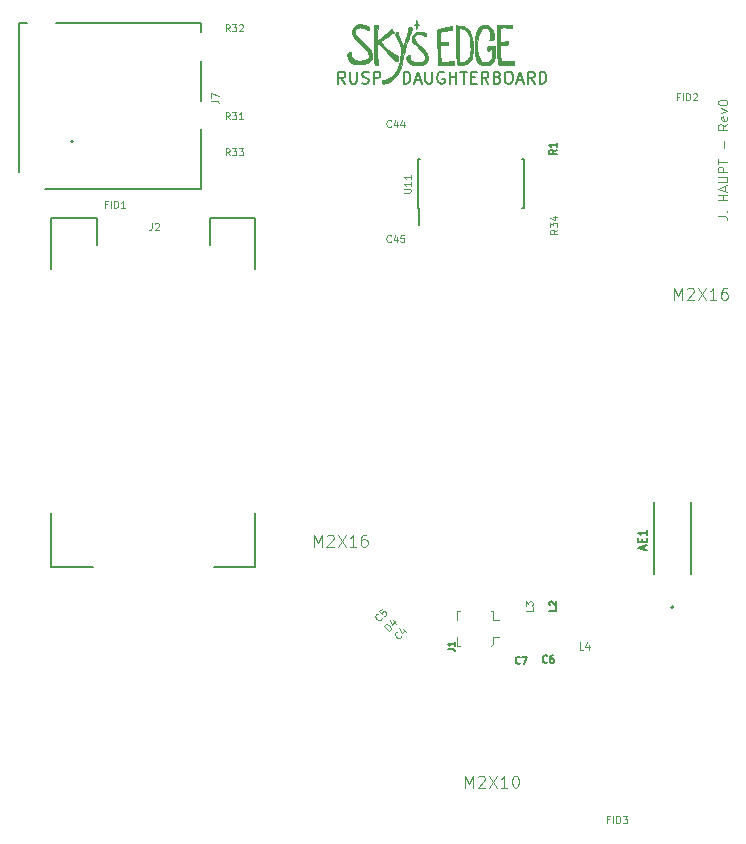
<source format=gbr>
G04 #@! TF.GenerationSoftware,KiCad,Pcbnew,5.1.6+dfsg1-1~bpo10+1*
G04 #@! TF.CreationDate,2021-06-19T16:41:40-04:00*
G04 #@! TF.ProjectId,RUSP_Daughterboard,52555350-5f44-4617-9567-68746572626f,rev?*
G04 #@! TF.SameCoordinates,Original*
G04 #@! TF.FileFunction,Legend,Top*
G04 #@! TF.FilePolarity,Positive*
%FSLAX46Y46*%
G04 Gerber Fmt 4.6, Leading zero omitted, Abs format (unit mm)*
G04 Created by KiCad (PCBNEW 5.1.6+dfsg1-1~bpo10+1) date 2021-06-19 16:41:40*
%MOMM*%
%LPD*%
G01*
G04 APERTURE LIST*
%ADD10C,0.120000*%
%ADD11C,0.150000*%
%ADD12C,0.127000*%
%ADD13C,0.200000*%
%ADD14C,0.010000*%
%ADD15C,0.130000*%
G04 APERTURE END LIST*
D10*
X156161904Y-134452380D02*
X156161904Y-133452380D01*
X156495238Y-134166666D01*
X156828571Y-133452380D01*
X156828571Y-134452380D01*
X157257142Y-133547619D02*
X157304761Y-133500000D01*
X157400000Y-133452380D01*
X157638095Y-133452380D01*
X157733333Y-133500000D01*
X157780952Y-133547619D01*
X157828571Y-133642857D01*
X157828571Y-133738095D01*
X157780952Y-133880952D01*
X157209523Y-134452380D01*
X157828571Y-134452380D01*
X158161904Y-133452380D02*
X158828571Y-134452380D01*
X158828571Y-133452380D02*
X158161904Y-134452380D01*
X159733333Y-134452380D02*
X159161904Y-134452380D01*
X159447619Y-134452380D02*
X159447619Y-133452380D01*
X159352380Y-133595238D01*
X159257142Y-133690476D01*
X159161904Y-133738095D01*
X160352380Y-133452380D02*
X160447619Y-133452380D01*
X160542857Y-133500000D01*
X160590476Y-133547619D01*
X160638095Y-133642857D01*
X160685714Y-133833333D01*
X160685714Y-134071428D01*
X160638095Y-134261904D01*
X160590476Y-134357142D01*
X160542857Y-134404761D01*
X160447619Y-134452380D01*
X160352380Y-134452380D01*
X160257142Y-134404761D01*
X160209523Y-134357142D01*
X160161904Y-134261904D01*
X160114285Y-134071428D01*
X160114285Y-133833333D01*
X160161904Y-133642857D01*
X160209523Y-133547619D01*
X160257142Y-133500000D01*
X160352380Y-133452380D01*
X143361904Y-114052380D02*
X143361904Y-113052380D01*
X143695238Y-113766666D01*
X144028571Y-113052380D01*
X144028571Y-114052380D01*
X144457142Y-113147619D02*
X144504761Y-113100000D01*
X144600000Y-113052380D01*
X144838095Y-113052380D01*
X144933333Y-113100000D01*
X144980952Y-113147619D01*
X145028571Y-113242857D01*
X145028571Y-113338095D01*
X144980952Y-113480952D01*
X144409523Y-114052380D01*
X145028571Y-114052380D01*
X145361904Y-113052380D02*
X146028571Y-114052380D01*
X146028571Y-113052380D02*
X145361904Y-114052380D01*
X146933333Y-114052380D02*
X146361904Y-114052380D01*
X146647619Y-114052380D02*
X146647619Y-113052380D01*
X146552380Y-113195238D01*
X146457142Y-113290476D01*
X146361904Y-113338095D01*
X147790476Y-113052380D02*
X147600000Y-113052380D01*
X147504761Y-113100000D01*
X147457142Y-113147619D01*
X147361904Y-113290476D01*
X147314285Y-113480952D01*
X147314285Y-113861904D01*
X147361904Y-113957142D01*
X147409523Y-114004761D01*
X147504761Y-114052380D01*
X147695238Y-114052380D01*
X147790476Y-114004761D01*
X147838095Y-113957142D01*
X147885714Y-113861904D01*
X147885714Y-113623809D01*
X147838095Y-113528571D01*
X147790476Y-113480952D01*
X147695238Y-113433333D01*
X147504761Y-113433333D01*
X147409523Y-113480952D01*
X147361904Y-113528571D01*
X147314285Y-113623809D01*
X173861904Y-93152380D02*
X173861904Y-92152380D01*
X174195238Y-92866666D01*
X174528571Y-92152380D01*
X174528571Y-93152380D01*
X174957142Y-92247619D02*
X175004761Y-92200000D01*
X175100000Y-92152380D01*
X175338095Y-92152380D01*
X175433333Y-92200000D01*
X175480952Y-92247619D01*
X175528571Y-92342857D01*
X175528571Y-92438095D01*
X175480952Y-92580952D01*
X174909523Y-93152380D01*
X175528571Y-93152380D01*
X175861904Y-92152380D02*
X176528571Y-93152380D01*
X176528571Y-92152380D02*
X175861904Y-93152380D01*
X177433333Y-93152380D02*
X176861904Y-93152380D01*
X177147619Y-93152380D02*
X177147619Y-92152380D01*
X177052380Y-92295238D01*
X176957142Y-92390476D01*
X176861904Y-92438095D01*
X178290476Y-92152380D02*
X178100000Y-92152380D01*
X178004761Y-92200000D01*
X177957142Y-92247619D01*
X177861904Y-92390476D01*
X177814285Y-92580952D01*
X177814285Y-92961904D01*
X177861904Y-93057142D01*
X177909523Y-93104761D01*
X178004761Y-93152380D01*
X178195238Y-93152380D01*
X178290476Y-93104761D01*
X178338095Y-93057142D01*
X178385714Y-92961904D01*
X178385714Y-92723809D01*
X178338095Y-92628571D01*
X178290476Y-92580952D01*
X178195238Y-92533333D01*
X178004761Y-92533333D01*
X177909523Y-92580952D01*
X177861904Y-92628571D01*
X177814285Y-92723809D01*
X177561904Y-86100000D02*
X178133333Y-86100000D01*
X178247619Y-86138095D01*
X178323809Y-86214285D01*
X178361904Y-86328571D01*
X178361904Y-86404761D01*
X178285714Y-85719047D02*
X178323809Y-85680952D01*
X178361904Y-85719047D01*
X178323809Y-85757142D01*
X178285714Y-85719047D01*
X178361904Y-85719047D01*
X178361904Y-84728571D02*
X177561904Y-84728571D01*
X177942857Y-84728571D02*
X177942857Y-84271428D01*
X178361904Y-84271428D02*
X177561904Y-84271428D01*
X178133333Y-83928571D02*
X178133333Y-83547619D01*
X178361904Y-84004761D02*
X177561904Y-83738095D01*
X178361904Y-83471428D01*
X177561904Y-83204761D02*
X178209523Y-83204761D01*
X178285714Y-83166666D01*
X178323809Y-83128571D01*
X178361904Y-83052380D01*
X178361904Y-82900000D01*
X178323809Y-82823809D01*
X178285714Y-82785714D01*
X178209523Y-82747619D01*
X177561904Y-82747619D01*
X178361904Y-82366666D02*
X177561904Y-82366666D01*
X177561904Y-82061904D01*
X177600000Y-81985714D01*
X177638095Y-81947619D01*
X177714285Y-81909523D01*
X177828571Y-81909523D01*
X177904761Y-81947619D01*
X177942857Y-81985714D01*
X177980952Y-82061904D01*
X177980952Y-82366666D01*
X177561904Y-81680952D02*
X177561904Y-81223809D01*
X178361904Y-81452380D02*
X177561904Y-81452380D01*
X178057142Y-80347619D02*
X178057142Y-79738095D01*
X178361904Y-78290476D02*
X177980952Y-78557142D01*
X178361904Y-78747619D02*
X177561904Y-78747619D01*
X177561904Y-78442857D01*
X177600000Y-78366666D01*
X177638095Y-78328571D01*
X177714285Y-78290476D01*
X177828571Y-78290476D01*
X177904761Y-78328571D01*
X177942857Y-78366666D01*
X177980952Y-78442857D01*
X177980952Y-78747619D01*
X178323809Y-77642857D02*
X178361904Y-77719047D01*
X178361904Y-77871428D01*
X178323809Y-77947619D01*
X178247619Y-77985714D01*
X177942857Y-77985714D01*
X177866666Y-77947619D01*
X177828571Y-77871428D01*
X177828571Y-77719047D01*
X177866666Y-77642857D01*
X177942857Y-77604761D01*
X178019047Y-77604761D01*
X178095238Y-77985714D01*
X177828571Y-77338095D02*
X178361904Y-77147619D01*
X177828571Y-76957142D01*
X177561904Y-76500000D02*
X177561904Y-76423809D01*
X177600000Y-76347619D01*
X177638095Y-76309523D01*
X177714285Y-76271428D01*
X177866666Y-76233333D01*
X178057142Y-76233333D01*
X178209523Y-76271428D01*
X178285714Y-76309523D01*
X178323809Y-76347619D01*
X178361904Y-76423809D01*
X178361904Y-76500000D01*
X178323809Y-76576190D01*
X178285714Y-76614285D01*
X178209523Y-76652380D01*
X178057142Y-76690476D01*
X177866666Y-76690476D01*
X177714285Y-76652380D01*
X177638095Y-76614285D01*
X177600000Y-76576190D01*
X177561904Y-76500000D01*
D11*
X145985714Y-74852380D02*
X145652380Y-74376190D01*
X145414285Y-74852380D02*
X145414285Y-73852380D01*
X145795238Y-73852380D01*
X145890476Y-73900000D01*
X145938095Y-73947619D01*
X145985714Y-74042857D01*
X145985714Y-74185714D01*
X145938095Y-74280952D01*
X145890476Y-74328571D01*
X145795238Y-74376190D01*
X145414285Y-74376190D01*
X146414285Y-73852380D02*
X146414285Y-74661904D01*
X146461904Y-74757142D01*
X146509523Y-74804761D01*
X146604761Y-74852380D01*
X146795238Y-74852380D01*
X146890476Y-74804761D01*
X146938095Y-74757142D01*
X146985714Y-74661904D01*
X146985714Y-73852380D01*
X147414285Y-74804761D02*
X147557142Y-74852380D01*
X147795238Y-74852380D01*
X147890476Y-74804761D01*
X147938095Y-74757142D01*
X147985714Y-74661904D01*
X147985714Y-74566666D01*
X147938095Y-74471428D01*
X147890476Y-74423809D01*
X147795238Y-74376190D01*
X147604761Y-74328571D01*
X147509523Y-74280952D01*
X147461904Y-74233333D01*
X147414285Y-74138095D01*
X147414285Y-74042857D01*
X147461904Y-73947619D01*
X147509523Y-73900000D01*
X147604761Y-73852380D01*
X147842857Y-73852380D01*
X147985714Y-73900000D01*
X148414285Y-74852380D02*
X148414285Y-73852380D01*
X148795238Y-73852380D01*
X148890476Y-73900000D01*
X148938095Y-73947619D01*
X148985714Y-74042857D01*
X148985714Y-74185714D01*
X148938095Y-74280952D01*
X148890476Y-74328571D01*
X148795238Y-74376190D01*
X148414285Y-74376190D01*
X150938095Y-74852380D02*
X150938095Y-73852380D01*
X151176190Y-73852380D01*
X151319047Y-73900000D01*
X151414285Y-73995238D01*
X151461904Y-74090476D01*
X151509523Y-74280952D01*
X151509523Y-74423809D01*
X151461904Y-74614285D01*
X151414285Y-74709523D01*
X151319047Y-74804761D01*
X151176190Y-74852380D01*
X150938095Y-74852380D01*
X151890476Y-74566666D02*
X152366666Y-74566666D01*
X151795238Y-74852380D02*
X152128571Y-73852380D01*
X152461904Y-74852380D01*
X152795238Y-73852380D02*
X152795238Y-74661904D01*
X152842857Y-74757142D01*
X152890476Y-74804761D01*
X152985714Y-74852380D01*
X153176190Y-74852380D01*
X153271428Y-74804761D01*
X153319047Y-74757142D01*
X153366666Y-74661904D01*
X153366666Y-73852380D01*
X154366666Y-73900000D02*
X154271428Y-73852380D01*
X154128571Y-73852380D01*
X153985714Y-73900000D01*
X153890476Y-73995238D01*
X153842857Y-74090476D01*
X153795238Y-74280952D01*
X153795238Y-74423809D01*
X153842857Y-74614285D01*
X153890476Y-74709523D01*
X153985714Y-74804761D01*
X154128571Y-74852380D01*
X154223809Y-74852380D01*
X154366666Y-74804761D01*
X154414285Y-74757142D01*
X154414285Y-74423809D01*
X154223809Y-74423809D01*
X154842857Y-74852380D02*
X154842857Y-73852380D01*
X154842857Y-74328571D02*
X155414285Y-74328571D01*
X155414285Y-74852380D02*
X155414285Y-73852380D01*
X155747619Y-73852380D02*
X156319047Y-73852380D01*
X156033333Y-74852380D02*
X156033333Y-73852380D01*
X156652380Y-74328571D02*
X156985714Y-74328571D01*
X157128571Y-74852380D02*
X156652380Y-74852380D01*
X156652380Y-73852380D01*
X157128571Y-73852380D01*
X158128571Y-74852380D02*
X157795238Y-74376190D01*
X157557142Y-74852380D02*
X157557142Y-73852380D01*
X157938095Y-73852380D01*
X158033333Y-73900000D01*
X158080952Y-73947619D01*
X158128571Y-74042857D01*
X158128571Y-74185714D01*
X158080952Y-74280952D01*
X158033333Y-74328571D01*
X157938095Y-74376190D01*
X157557142Y-74376190D01*
X158890476Y-74328571D02*
X159033333Y-74376190D01*
X159080952Y-74423809D01*
X159128571Y-74519047D01*
X159128571Y-74661904D01*
X159080952Y-74757142D01*
X159033333Y-74804761D01*
X158938095Y-74852380D01*
X158557142Y-74852380D01*
X158557142Y-73852380D01*
X158890476Y-73852380D01*
X158985714Y-73900000D01*
X159033333Y-73947619D01*
X159080952Y-74042857D01*
X159080952Y-74138095D01*
X159033333Y-74233333D01*
X158985714Y-74280952D01*
X158890476Y-74328571D01*
X158557142Y-74328571D01*
X159747619Y-73852380D02*
X159938095Y-73852380D01*
X160033333Y-73900000D01*
X160128571Y-73995238D01*
X160176190Y-74185714D01*
X160176190Y-74519047D01*
X160128571Y-74709523D01*
X160033333Y-74804761D01*
X159938095Y-74852380D01*
X159747619Y-74852380D01*
X159652380Y-74804761D01*
X159557142Y-74709523D01*
X159509523Y-74519047D01*
X159509523Y-74185714D01*
X159557142Y-73995238D01*
X159652380Y-73900000D01*
X159747619Y-73852380D01*
X160557142Y-74566666D02*
X161033333Y-74566666D01*
X160461904Y-74852380D02*
X160795238Y-73852380D01*
X161128571Y-74852380D01*
X162033333Y-74852380D02*
X161700000Y-74376190D01*
X161461904Y-74852380D02*
X161461904Y-73852380D01*
X161842857Y-73852380D01*
X161938095Y-73900000D01*
X161985714Y-73947619D01*
X162033333Y-74042857D01*
X162033333Y-74185714D01*
X161985714Y-74280952D01*
X161938095Y-74328571D01*
X161842857Y-74376190D01*
X161461904Y-74376190D01*
X162461904Y-74852380D02*
X162461904Y-73852380D01*
X162700000Y-73852380D01*
X162842857Y-73900000D01*
X162938095Y-73995238D01*
X162985714Y-74090476D01*
X163033333Y-74280952D01*
X163033333Y-74423809D01*
X162985714Y-74614285D01*
X162938095Y-74709523D01*
X162842857Y-74804761D01*
X162700000Y-74852380D01*
X162461904Y-74852380D01*
D12*
X172100000Y-116350000D02*
X172100000Y-110250000D01*
X175300000Y-110250000D02*
X175300000Y-116350000D01*
D13*
X173800000Y-119200000D02*
G75*
G03*
X173800000Y-119200000I-100000J0D01*
G01*
D10*
X158500000Y-120300000D02*
X159000000Y-120300000D01*
X158500000Y-121700000D02*
X159000000Y-121700000D01*
X158500000Y-121700000D02*
X158500000Y-122300000D01*
X158500000Y-122300000D02*
X158300000Y-122500000D01*
X158300000Y-119500000D02*
X158500000Y-119500000D01*
X158500000Y-119500000D02*
X158500000Y-120300000D01*
X155500000Y-120300000D02*
X155500000Y-119500000D01*
X155500000Y-119500000D02*
X155700000Y-119500000D01*
X155700000Y-122500000D02*
X155500000Y-122500000D01*
X155500000Y-122500000D02*
X155500000Y-121700000D01*
D11*
X124950000Y-86250000D02*
X124950000Y-88550000D01*
X121050000Y-86250000D02*
X124950000Y-86250000D01*
X121050000Y-90550000D02*
X121050000Y-86250000D01*
X134550000Y-86250000D02*
X134550000Y-88550000D01*
X138350000Y-86250000D02*
X134550000Y-86250000D01*
X138350000Y-90550000D02*
X138350000Y-86250000D01*
X121050000Y-115750000D02*
X121050000Y-111250000D01*
X124650000Y-115750000D02*
X121050000Y-115750000D01*
X138350000Y-115750000D02*
X138350000Y-111250000D01*
X138350000Y-115750000D02*
X134850000Y-115750000D01*
D13*
X122950000Y-79750000D02*
G75*
G03*
X122950000Y-79750000I-100000J0D01*
G01*
X133825000Y-78731200D02*
X133825000Y-83750000D01*
X120550000Y-83750000D02*
X133825000Y-83750000D01*
X118375000Y-69750000D02*
X119050000Y-69750000D01*
X133825000Y-72940000D02*
X133825000Y-76292800D01*
X118375000Y-69750000D02*
X118375000Y-82300000D01*
X133825000Y-69750000D02*
X133825000Y-70476200D01*
X121550000Y-69750000D02*
X133825000Y-69750000D01*
D11*
X152225000Y-85425000D02*
X152225000Y-86800000D01*
X161100000Y-85425000D02*
X161100000Y-81275000D01*
X152200000Y-85425000D02*
X152200000Y-81275000D01*
X161100000Y-85425000D02*
X160985000Y-85425000D01*
X161100000Y-81275000D02*
X160985000Y-81275000D01*
X152200000Y-81275000D02*
X152315000Y-81275000D01*
X152200000Y-85425000D02*
X152225000Y-85425000D01*
D14*
G36*
X151582027Y-70082881D02*
G01*
X151627971Y-70104879D01*
X151631396Y-70110729D01*
X151629853Y-70154681D01*
X151612009Y-70242061D01*
X151580389Y-70364388D01*
X151537516Y-70513181D01*
X151485915Y-70679958D01*
X151428111Y-70856239D01*
X151366626Y-71033542D01*
X151314220Y-71176431D01*
X151241465Y-71372567D01*
X151180168Y-71547001D01*
X151126994Y-71711495D01*
X151078607Y-71877813D01*
X151031670Y-72057717D01*
X150982847Y-72262969D01*
X150928804Y-72505334D01*
X150901262Y-72632568D01*
X150832751Y-72940254D01*
X150769406Y-73200019D01*
X150709087Y-73418674D01*
X150649657Y-73603029D01*
X150588976Y-73759895D01*
X150524905Y-73896084D01*
X150477688Y-73981413D01*
X150362788Y-74147587D01*
X150214019Y-74320456D01*
X150047462Y-74483178D01*
X149879196Y-74618914D01*
X149848913Y-74639892D01*
X149732472Y-74707685D01*
X149604642Y-74764947D01*
X149475054Y-74809501D01*
X149353340Y-74839169D01*
X149249131Y-74851777D01*
X149172058Y-74845147D01*
X149131752Y-74817103D01*
X149128161Y-74802772D01*
X149128130Y-74706794D01*
X149137863Y-74622422D01*
X149154825Y-74569717D01*
X149158157Y-74565442D01*
X149194580Y-74549782D01*
X149270402Y-74529723D01*
X149370433Y-74509185D01*
X149388944Y-74505894D01*
X149577709Y-74459372D01*
X149743141Y-74385694D01*
X149899047Y-74276875D01*
X150059234Y-74124929D01*
X150072968Y-74110328D01*
X150219920Y-73933535D01*
X150344922Y-73738776D01*
X150450393Y-73519571D01*
X150538750Y-73269438D01*
X150612413Y-72981898D01*
X150673799Y-72650470D01*
X150708356Y-72407718D01*
X150729592Y-72235882D01*
X150742713Y-72095527D01*
X150745569Y-71976233D01*
X150736013Y-71867583D01*
X150711898Y-71759160D01*
X150671075Y-71640545D01*
X150611399Y-71501322D01*
X150530720Y-71331073D01*
X150454204Y-71174863D01*
X150207625Y-70673815D01*
X150256040Y-70591181D01*
X150308756Y-70519175D01*
X150362991Y-70472798D01*
X150406381Y-70461588D01*
X150416446Y-70467461D01*
X150430254Y-70501844D01*
X150449427Y-70575071D01*
X150469912Y-70671578D01*
X150470706Y-70675725D01*
X150497308Y-70779241D01*
X150541566Y-70913678D01*
X150596923Y-71060328D01*
X150647009Y-71178832D01*
X150725930Y-71352023D01*
X150787629Y-71478316D01*
X150835529Y-71562029D01*
X150873052Y-71607478D01*
X150903621Y-71618977D01*
X150930658Y-71600845D01*
X150953446Y-71565306D01*
X150973550Y-71515404D01*
X151005298Y-71421987D01*
X151045806Y-71294814D01*
X151092193Y-71143642D01*
X151141576Y-70978231D01*
X151191074Y-70808338D01*
X151237802Y-70643721D01*
X151278880Y-70494139D01*
X151311425Y-70369349D01*
X151330510Y-70288750D01*
X151376795Y-70074783D01*
X151497198Y-70074783D01*
X151582027Y-70082881D01*
G37*
X151582027Y-70082881D02*
X151627971Y-70104879D01*
X151631396Y-70110729D01*
X151629853Y-70154681D01*
X151612009Y-70242061D01*
X151580389Y-70364388D01*
X151537516Y-70513181D01*
X151485915Y-70679958D01*
X151428111Y-70856239D01*
X151366626Y-71033542D01*
X151314220Y-71176431D01*
X151241465Y-71372567D01*
X151180168Y-71547001D01*
X151126994Y-71711495D01*
X151078607Y-71877813D01*
X151031670Y-72057717D01*
X150982847Y-72262969D01*
X150928804Y-72505334D01*
X150901262Y-72632568D01*
X150832751Y-72940254D01*
X150769406Y-73200019D01*
X150709087Y-73418674D01*
X150649657Y-73603029D01*
X150588976Y-73759895D01*
X150524905Y-73896084D01*
X150477688Y-73981413D01*
X150362788Y-74147587D01*
X150214019Y-74320456D01*
X150047462Y-74483178D01*
X149879196Y-74618914D01*
X149848913Y-74639892D01*
X149732472Y-74707685D01*
X149604642Y-74764947D01*
X149475054Y-74809501D01*
X149353340Y-74839169D01*
X149249131Y-74851777D01*
X149172058Y-74845147D01*
X149131752Y-74817103D01*
X149128161Y-74802772D01*
X149128130Y-74706794D01*
X149137863Y-74622422D01*
X149154825Y-74569717D01*
X149158157Y-74565442D01*
X149194580Y-74549782D01*
X149270402Y-74529723D01*
X149370433Y-74509185D01*
X149388944Y-74505894D01*
X149577709Y-74459372D01*
X149743141Y-74385694D01*
X149899047Y-74276875D01*
X150059234Y-74124929D01*
X150072968Y-74110328D01*
X150219920Y-73933535D01*
X150344922Y-73738776D01*
X150450393Y-73519571D01*
X150538750Y-73269438D01*
X150612413Y-72981898D01*
X150673799Y-72650470D01*
X150708356Y-72407718D01*
X150729592Y-72235882D01*
X150742713Y-72095527D01*
X150745569Y-71976233D01*
X150736013Y-71867583D01*
X150711898Y-71759160D01*
X150671075Y-71640545D01*
X150611399Y-71501322D01*
X150530720Y-71331073D01*
X150454204Y-71174863D01*
X150207625Y-70673815D01*
X150256040Y-70591181D01*
X150308756Y-70519175D01*
X150362991Y-70472798D01*
X150406381Y-70461588D01*
X150416446Y-70467461D01*
X150430254Y-70501844D01*
X150449427Y-70575071D01*
X150469912Y-70671578D01*
X150470706Y-70675725D01*
X150497308Y-70779241D01*
X150541566Y-70913678D01*
X150596923Y-71060328D01*
X150647009Y-71178832D01*
X150725930Y-71352023D01*
X150787629Y-71478316D01*
X150835529Y-71562029D01*
X150873052Y-71607478D01*
X150903621Y-71618977D01*
X150930658Y-71600845D01*
X150953446Y-71565306D01*
X150973550Y-71515404D01*
X151005298Y-71421987D01*
X151045806Y-71294814D01*
X151092193Y-71143642D01*
X151141576Y-70978231D01*
X151191074Y-70808338D01*
X151237802Y-70643721D01*
X151278880Y-70494139D01*
X151311425Y-70369349D01*
X151330510Y-70288750D01*
X151376795Y-70074783D01*
X151497198Y-70074783D01*
X151582027Y-70082881D01*
G36*
X152441121Y-70469981D02*
G01*
X152627215Y-70521465D01*
X152644293Y-70527649D01*
X152858260Y-70606744D01*
X152858260Y-70725656D01*
X152852786Y-70802177D01*
X152839044Y-70852577D01*
X152832550Y-70860457D01*
X152796195Y-70855895D01*
X152734445Y-70825859D01*
X152704524Y-70806914D01*
X152565603Y-70735533D01*
X152407283Y-70690592D01*
X152246306Y-70674181D01*
X152099415Y-70688389D01*
X152009114Y-70720110D01*
X151913760Y-70797948D01*
X151855616Y-70905278D01*
X151838382Y-71027711D01*
X151865757Y-71150853D01*
X151887551Y-71193091D01*
X151917231Y-71237802D01*
X151955551Y-71286560D01*
X152007855Y-71344818D01*
X152079488Y-71418031D01*
X152175794Y-71511650D01*
X152302117Y-71631131D01*
X152463801Y-71781926D01*
X152472518Y-71790023D01*
X152637837Y-71948430D01*
X152763988Y-72082484D01*
X152856304Y-72200522D01*
X152920121Y-72310880D01*
X152960771Y-72421893D01*
X152983589Y-72541897D01*
X152989176Y-72597451D01*
X152980794Y-72787377D01*
X152925831Y-72952502D01*
X152827874Y-73087785D01*
X152690512Y-73188187D01*
X152526956Y-73246633D01*
X152403271Y-73266333D01*
X152247525Y-73280698D01*
X152079005Y-73288969D01*
X151916997Y-73290381D01*
X151780789Y-73284175D01*
X151729394Y-73278135D01*
X151560916Y-73225221D01*
X151416244Y-73126490D01*
X151300992Y-72988258D01*
X151220773Y-72816842D01*
X151186560Y-72667303D01*
X151178527Y-72588234D01*
X151188773Y-72542112D01*
X151226481Y-72507421D01*
X151264847Y-72483886D01*
X151363011Y-72428613D01*
X151424254Y-72406669D01*
X151458239Y-72421738D01*
X151474628Y-72477505D01*
X151482403Y-72566819D01*
X151510506Y-72729108D01*
X151573626Y-72854435D01*
X151674641Y-72944936D01*
X151816433Y-73002748D01*
X152001884Y-73030008D01*
X152110666Y-73032855D01*
X152317023Y-73019936D01*
X152488893Y-72984493D01*
X152620200Y-72928336D01*
X152702528Y-72856514D01*
X152743648Y-72761197D01*
X152756120Y-72639457D01*
X152739773Y-72512178D01*
X152706082Y-72420883D01*
X152672677Y-72373639D01*
X152606748Y-72294654D01*
X152514824Y-72191222D01*
X152403435Y-72070640D01*
X152279112Y-71940200D01*
X152237428Y-71897328D01*
X152044056Y-71694658D01*
X151890788Y-71522021D01*
X151774965Y-71374521D01*
X151693927Y-71247259D01*
X151645013Y-71135339D01*
X151625565Y-71033863D01*
X151632922Y-70937933D01*
X151664424Y-70842654D01*
X151664505Y-70842471D01*
X151751697Y-70699810D01*
X151873106Y-70573074D01*
X151984614Y-70495940D01*
X152107635Y-70456633D01*
X152263866Y-70448176D01*
X152441121Y-70469981D01*
G37*
X152441121Y-70469981D02*
X152627215Y-70521465D01*
X152644293Y-70527649D01*
X152858260Y-70606744D01*
X152858260Y-70725656D01*
X152852786Y-70802177D01*
X152839044Y-70852577D01*
X152832550Y-70860457D01*
X152796195Y-70855895D01*
X152734445Y-70825859D01*
X152704524Y-70806914D01*
X152565603Y-70735533D01*
X152407283Y-70690592D01*
X152246306Y-70674181D01*
X152099415Y-70688389D01*
X152009114Y-70720110D01*
X151913760Y-70797948D01*
X151855616Y-70905278D01*
X151838382Y-71027711D01*
X151865757Y-71150853D01*
X151887551Y-71193091D01*
X151917231Y-71237802D01*
X151955551Y-71286560D01*
X152007855Y-71344818D01*
X152079488Y-71418031D01*
X152175794Y-71511650D01*
X152302117Y-71631131D01*
X152463801Y-71781926D01*
X152472518Y-71790023D01*
X152637837Y-71948430D01*
X152763988Y-72082484D01*
X152856304Y-72200522D01*
X152920121Y-72310880D01*
X152960771Y-72421893D01*
X152983589Y-72541897D01*
X152989176Y-72597451D01*
X152980794Y-72787377D01*
X152925831Y-72952502D01*
X152827874Y-73087785D01*
X152690512Y-73188187D01*
X152526956Y-73246633D01*
X152403271Y-73266333D01*
X152247525Y-73280698D01*
X152079005Y-73288969D01*
X151916997Y-73290381D01*
X151780789Y-73284175D01*
X151729394Y-73278135D01*
X151560916Y-73225221D01*
X151416244Y-73126490D01*
X151300992Y-72988258D01*
X151220773Y-72816842D01*
X151186560Y-72667303D01*
X151178527Y-72588234D01*
X151188773Y-72542112D01*
X151226481Y-72507421D01*
X151264847Y-72483886D01*
X151363011Y-72428613D01*
X151424254Y-72406669D01*
X151458239Y-72421738D01*
X151474628Y-72477505D01*
X151482403Y-72566819D01*
X151510506Y-72729108D01*
X151573626Y-72854435D01*
X151674641Y-72944936D01*
X151816433Y-73002748D01*
X152001884Y-73030008D01*
X152110666Y-73032855D01*
X152317023Y-73019936D01*
X152488893Y-72984493D01*
X152620200Y-72928336D01*
X152702528Y-72856514D01*
X152743648Y-72761197D01*
X152756120Y-72639457D01*
X152739773Y-72512178D01*
X152706082Y-72420883D01*
X152672677Y-72373639D01*
X152606748Y-72294654D01*
X152514824Y-72191222D01*
X152403435Y-72070640D01*
X152279112Y-71940200D01*
X152237428Y-71897328D01*
X152044056Y-71694658D01*
X151890788Y-71522021D01*
X151774965Y-71374521D01*
X151693927Y-71247259D01*
X151645013Y-71135339D01*
X151625565Y-71033863D01*
X151632922Y-70937933D01*
X151664424Y-70842654D01*
X151664505Y-70842471D01*
X151751697Y-70699810D01*
X151873106Y-70573074D01*
X151984614Y-70495940D01*
X152107635Y-70456633D01*
X152263866Y-70448176D01*
X152441121Y-70469981D01*
G36*
X157861661Y-69859196D02*
G01*
X157943812Y-69873581D01*
X157996827Y-69884819D01*
X158159886Y-69947096D01*
X158298873Y-70057728D01*
X158412596Y-70214816D01*
X158499863Y-70416462D01*
X158559480Y-70660766D01*
X158580176Y-70813842D01*
X158591075Y-70932673D01*
X158597704Y-71029445D01*
X158599371Y-71092082D01*
X158597123Y-71109253D01*
X158565678Y-71117812D01*
X158494473Y-71128935D01*
X158398744Y-71140254D01*
X158396038Y-71140532D01*
X158206848Y-71159915D01*
X158221660Y-71079795D01*
X158234924Y-71008216D01*
X158253491Y-70908235D01*
X158267290Y-70834022D01*
X158283948Y-70641358D01*
X158260887Y-70473813D01*
X158202228Y-70336023D01*
X158112095Y-70232627D01*
X157994610Y-70168263D01*
X157853897Y-70147569D01*
X157694077Y-70175183D01*
X157684425Y-70178326D01*
X157567646Y-70234834D01*
X157468840Y-70322949D01*
X157385579Y-70447300D01*
X157315431Y-70612511D01*
X157255968Y-70823210D01*
X157204758Y-71084024D01*
X157202915Y-71095150D01*
X157181186Y-71289670D01*
X157171904Y-71519895D01*
X157174623Y-71767836D01*
X157188900Y-72015507D01*
X157214291Y-72244921D01*
X157234265Y-72364225D01*
X157296317Y-72600883D01*
X157380724Y-72787362D01*
X157488051Y-72924219D01*
X157618863Y-73012011D01*
X157773726Y-73051295D01*
X157926639Y-73046699D01*
X158102405Y-73002624D01*
X158241552Y-72922285D01*
X158345560Y-72803505D01*
X158415904Y-72644110D01*
X158454064Y-72441924D01*
X158462449Y-72257761D01*
X158458946Y-72094025D01*
X158447225Y-71981838D01*
X158424559Y-71917806D01*
X158388219Y-71898533D01*
X158335478Y-71920625D01*
X158263607Y-71980687D01*
X158250157Y-71993587D01*
X158161945Y-72064809D01*
X158095571Y-72085441D01*
X158050531Y-72055244D01*
X158026324Y-71973979D01*
X158021509Y-71884533D01*
X158024668Y-71789023D01*
X158039780Y-71725503D01*
X158076338Y-71686915D01*
X158143834Y-71666202D01*
X158251759Y-71656305D01*
X158333067Y-71652868D01*
X158455041Y-71648875D01*
X158545744Y-71651617D01*
X158609520Y-71668008D01*
X158650710Y-71704961D01*
X158673657Y-71769386D01*
X158682702Y-71868198D01*
X158682187Y-72008308D01*
X158676456Y-72196628D01*
X158676368Y-72199378D01*
X158668494Y-72394580D01*
X158658171Y-72545975D01*
X158644114Y-72664962D01*
X158625034Y-72762936D01*
X158604435Y-72836552D01*
X158525889Y-73013037D01*
X158416912Y-73148453D01*
X158281148Y-73238351D01*
X158272438Y-73242112D01*
X158175295Y-73268586D01*
X158042550Y-73286192D01*
X157893217Y-73294218D01*
X157746306Y-73291952D01*
X157620828Y-73278682D01*
X157574090Y-73268278D01*
X157402569Y-73197985D01*
X157264448Y-73091508D01*
X157155339Y-72944029D01*
X157070850Y-72750734D01*
X157053934Y-72697609D01*
X157002353Y-72473570D01*
X156967448Y-72210108D01*
X156949097Y-71920402D01*
X156947179Y-71617631D01*
X156961574Y-71314972D01*
X156992159Y-71025604D01*
X157038815Y-70762706D01*
X157072954Y-70628360D01*
X157156092Y-70388473D01*
X157253211Y-70198750D01*
X157367371Y-70055229D01*
X157501633Y-69953948D01*
X157637931Y-69896884D01*
X157732099Y-69870062D01*
X157798883Y-69857761D01*
X157861661Y-69859196D01*
G37*
X157861661Y-69859196D02*
X157943812Y-69873581D01*
X157996827Y-69884819D01*
X158159886Y-69947096D01*
X158298873Y-70057728D01*
X158412596Y-70214816D01*
X158499863Y-70416462D01*
X158559480Y-70660766D01*
X158580176Y-70813842D01*
X158591075Y-70932673D01*
X158597704Y-71029445D01*
X158599371Y-71092082D01*
X158597123Y-71109253D01*
X158565678Y-71117812D01*
X158494473Y-71128935D01*
X158398744Y-71140254D01*
X158396038Y-71140532D01*
X158206848Y-71159915D01*
X158221660Y-71079795D01*
X158234924Y-71008216D01*
X158253491Y-70908235D01*
X158267290Y-70834022D01*
X158283948Y-70641358D01*
X158260887Y-70473813D01*
X158202228Y-70336023D01*
X158112095Y-70232627D01*
X157994610Y-70168263D01*
X157853897Y-70147569D01*
X157694077Y-70175183D01*
X157684425Y-70178326D01*
X157567646Y-70234834D01*
X157468840Y-70322949D01*
X157385579Y-70447300D01*
X157315431Y-70612511D01*
X157255968Y-70823210D01*
X157204758Y-71084024D01*
X157202915Y-71095150D01*
X157181186Y-71289670D01*
X157171904Y-71519895D01*
X157174623Y-71767836D01*
X157188900Y-72015507D01*
X157214291Y-72244921D01*
X157234265Y-72364225D01*
X157296317Y-72600883D01*
X157380724Y-72787362D01*
X157488051Y-72924219D01*
X157618863Y-73012011D01*
X157773726Y-73051295D01*
X157926639Y-73046699D01*
X158102405Y-73002624D01*
X158241552Y-72922285D01*
X158345560Y-72803505D01*
X158415904Y-72644110D01*
X158454064Y-72441924D01*
X158462449Y-72257761D01*
X158458946Y-72094025D01*
X158447225Y-71981838D01*
X158424559Y-71917806D01*
X158388219Y-71898533D01*
X158335478Y-71920625D01*
X158263607Y-71980687D01*
X158250157Y-71993587D01*
X158161945Y-72064809D01*
X158095571Y-72085441D01*
X158050531Y-72055244D01*
X158026324Y-71973979D01*
X158021509Y-71884533D01*
X158024668Y-71789023D01*
X158039780Y-71725503D01*
X158076338Y-71686915D01*
X158143834Y-71666202D01*
X158251759Y-71656305D01*
X158333067Y-71652868D01*
X158455041Y-71648875D01*
X158545744Y-71651617D01*
X158609520Y-71668008D01*
X158650710Y-71704961D01*
X158673657Y-71769386D01*
X158682702Y-71868198D01*
X158682187Y-72008308D01*
X158676456Y-72196628D01*
X158676368Y-72199378D01*
X158668494Y-72394580D01*
X158658171Y-72545975D01*
X158644114Y-72664962D01*
X158625034Y-72762936D01*
X158604435Y-72836552D01*
X158525889Y-73013037D01*
X158416912Y-73148453D01*
X158281148Y-73238351D01*
X158272438Y-73242112D01*
X158175295Y-73268586D01*
X158042550Y-73286192D01*
X157893217Y-73294218D01*
X157746306Y-73291952D01*
X157620828Y-73278682D01*
X157574090Y-73268278D01*
X157402569Y-73197985D01*
X157264448Y-73091508D01*
X157155339Y-72944029D01*
X157070850Y-72750734D01*
X157053934Y-72697609D01*
X157002353Y-72473570D01*
X156967448Y-72210108D01*
X156949097Y-71920402D01*
X156947179Y-71617631D01*
X156961574Y-71314972D01*
X156992159Y-71025604D01*
X157038815Y-70762706D01*
X157072954Y-70628360D01*
X157156092Y-70388473D01*
X157253211Y-70198750D01*
X157367371Y-70055229D01*
X157501633Y-69953948D01*
X157637931Y-69896884D01*
X157732099Y-69870062D01*
X157798883Y-69857761D01*
X157861661Y-69859196D01*
G36*
X155060139Y-70000365D02*
G01*
X155065015Y-70065623D01*
X155068731Y-70147379D01*
X155070363Y-70226276D01*
X155069516Y-70274946D01*
X155057763Y-70304056D01*
X155018071Y-70319158D01*
X154937828Y-70324509D01*
X154922010Y-70324729D01*
X154837079Y-70330220D01*
X154714674Y-70344049D01*
X154571540Y-70364094D01*
X154432240Y-70386848D01*
X154283576Y-70413605D01*
X154176028Y-70439446D01*
X154102705Y-70473231D01*
X154056712Y-70523822D01*
X154031155Y-70600080D01*
X154019141Y-70710865D01*
X154013775Y-70865039D01*
X154012296Y-70926639D01*
X154009709Y-71077829D01*
X154014843Y-71190181D01*
X154034447Y-71268173D01*
X154075271Y-71316281D01*
X154144065Y-71338982D01*
X154247579Y-71340752D01*
X154392564Y-71326069D01*
X154576357Y-71300746D01*
X154669827Y-71296488D01*
X154721078Y-71321121D01*
X154735373Y-71381219D01*
X154719069Y-71478974D01*
X154694239Y-71579457D01*
X154382650Y-71579457D01*
X154239245Y-71581024D01*
X154141899Y-71586465D01*
X154081521Y-71596884D01*
X154049022Y-71613390D01*
X154042511Y-71620870D01*
X154033263Y-71663075D01*
X154027925Y-71750056D01*
X154026208Y-71871531D01*
X154027823Y-72017217D01*
X154032480Y-72176832D01*
X154039889Y-72340096D01*
X154049762Y-72496725D01*
X154061808Y-72636438D01*
X154073925Y-72736868D01*
X154090075Y-72841909D01*
X154108844Y-72915727D01*
X154139182Y-72963329D01*
X154190039Y-72989726D01*
X154270365Y-72999927D01*
X154389111Y-72998940D01*
X154531294Y-72992851D01*
X154680473Y-72984066D01*
X154821868Y-72972110D01*
X154939885Y-72958527D01*
X155018928Y-72944863D01*
X155021077Y-72944332D01*
X155126833Y-72923246D01*
X155190606Y-72930104D01*
X155221552Y-72972023D01*
X155228829Y-73056125D01*
X155227094Y-73104503D01*
X155218804Y-73263587D01*
X154539723Y-73270962D01*
X153860643Y-73278338D01*
X153842867Y-72967107D01*
X153836653Y-72836487D01*
X153830629Y-72669125D01*
X153824889Y-72472040D01*
X153819526Y-72252251D01*
X153814634Y-72016777D01*
X153810309Y-71772638D01*
X153806643Y-71526851D01*
X153803730Y-71286438D01*
X153801666Y-71058416D01*
X153800542Y-70849804D01*
X153800455Y-70667623D01*
X153801497Y-70518890D01*
X153803763Y-70410626D01*
X153807346Y-70349849D01*
X153807775Y-70346692D01*
X153827131Y-70218274D01*
X153984598Y-70189250D01*
X154066132Y-70173325D01*
X154188206Y-70148349D01*
X154337426Y-70117115D01*
X154500400Y-70082413D01*
X154595020Y-70061999D01*
X154745125Y-70029940D01*
X154875062Y-70003125D01*
X154975842Y-69983334D01*
X155038477Y-69972346D01*
X155055025Y-69970962D01*
X155060139Y-70000365D01*
G37*
X155060139Y-70000365D02*
X155065015Y-70065623D01*
X155068731Y-70147379D01*
X155070363Y-70226276D01*
X155069516Y-70274946D01*
X155057763Y-70304056D01*
X155018071Y-70319158D01*
X154937828Y-70324509D01*
X154922010Y-70324729D01*
X154837079Y-70330220D01*
X154714674Y-70344049D01*
X154571540Y-70364094D01*
X154432240Y-70386848D01*
X154283576Y-70413605D01*
X154176028Y-70439446D01*
X154102705Y-70473231D01*
X154056712Y-70523822D01*
X154031155Y-70600080D01*
X154019141Y-70710865D01*
X154013775Y-70865039D01*
X154012296Y-70926639D01*
X154009709Y-71077829D01*
X154014843Y-71190181D01*
X154034447Y-71268173D01*
X154075271Y-71316281D01*
X154144065Y-71338982D01*
X154247579Y-71340752D01*
X154392564Y-71326069D01*
X154576357Y-71300746D01*
X154669827Y-71296488D01*
X154721078Y-71321121D01*
X154735373Y-71381219D01*
X154719069Y-71478974D01*
X154694239Y-71579457D01*
X154382650Y-71579457D01*
X154239245Y-71581024D01*
X154141899Y-71586465D01*
X154081521Y-71596884D01*
X154049022Y-71613390D01*
X154042511Y-71620870D01*
X154033263Y-71663075D01*
X154027925Y-71750056D01*
X154026208Y-71871531D01*
X154027823Y-72017217D01*
X154032480Y-72176832D01*
X154039889Y-72340096D01*
X154049762Y-72496725D01*
X154061808Y-72636438D01*
X154073925Y-72736868D01*
X154090075Y-72841909D01*
X154108844Y-72915727D01*
X154139182Y-72963329D01*
X154190039Y-72989726D01*
X154270365Y-72999927D01*
X154389111Y-72998940D01*
X154531294Y-72992851D01*
X154680473Y-72984066D01*
X154821868Y-72972110D01*
X154939885Y-72958527D01*
X155018928Y-72944863D01*
X155021077Y-72944332D01*
X155126833Y-72923246D01*
X155190606Y-72930104D01*
X155221552Y-72972023D01*
X155228829Y-73056125D01*
X155227094Y-73104503D01*
X155218804Y-73263587D01*
X154539723Y-73270962D01*
X153860643Y-73278338D01*
X153842867Y-72967107D01*
X153836653Y-72836487D01*
X153830629Y-72669125D01*
X153824889Y-72472040D01*
X153819526Y-72252251D01*
X153814634Y-72016777D01*
X153810309Y-71772638D01*
X153806643Y-71526851D01*
X153803730Y-71286438D01*
X153801666Y-71058416D01*
X153800542Y-70849804D01*
X153800455Y-70667623D01*
X153801497Y-70518890D01*
X153803763Y-70410626D01*
X153807346Y-70349849D01*
X153807775Y-70346692D01*
X153827131Y-70218274D01*
X153984598Y-70189250D01*
X154066132Y-70173325D01*
X154188206Y-70148349D01*
X154337426Y-70117115D01*
X154500400Y-70082413D01*
X154595020Y-70061999D01*
X154745125Y-70029940D01*
X154875062Y-70003125D01*
X154975842Y-69983334D01*
X155038477Y-69972346D01*
X155055025Y-69970962D01*
X155060139Y-70000365D01*
G36*
X148788086Y-69956128D02*
G01*
X148747649Y-70161856D01*
X148714412Y-70367336D01*
X148689158Y-70563824D01*
X148672669Y-70742573D01*
X148665730Y-70894839D01*
X148669123Y-71011876D01*
X148683632Y-71084938D01*
X148686475Y-71090938D01*
X148719197Y-71133551D01*
X148762601Y-71151661D01*
X148821396Y-71142947D01*
X148900290Y-71105090D01*
X149003990Y-71035772D01*
X149137204Y-70932672D01*
X149304641Y-70793473D01*
X149324347Y-70776711D01*
X149445197Y-70670732D01*
X149573698Y-70553153D01*
X149689772Y-70442530D01*
X149737680Y-70394803D01*
X149818280Y-70315091D01*
X149885394Y-70253123D01*
X149929199Y-70217761D01*
X149939363Y-70212826D01*
X149961659Y-70236075D01*
X149996769Y-70296629D01*
X150031877Y-70369958D01*
X150101368Y-70527089D01*
X150037260Y-70576436D01*
X149993413Y-70606482D01*
X149911271Y-70659427D01*
X149799802Y-70729619D01*
X149667974Y-70811405D01*
X149543379Y-70887785D01*
X149402071Y-70975282D01*
X149274503Y-71056803D01*
X149169355Y-71126602D01*
X149095307Y-71178931D01*
X149062748Y-71205984D01*
X149036973Y-71242675D01*
X149030385Y-71282604D01*
X149046592Y-71333813D01*
X149089202Y-71404345D01*
X149161824Y-71502241D01*
X149239670Y-71600341D01*
X149504159Y-71889357D01*
X149796852Y-72132264D01*
X150123067Y-72333202D01*
X150278340Y-72409272D01*
X150391437Y-72464936D01*
X150463201Y-72516639D01*
X150498313Y-72576449D01*
X150501451Y-72656432D01*
X150477294Y-72768657D01*
X150451683Y-72856359D01*
X150425202Y-72918274D01*
X150383182Y-72942591D01*
X150329532Y-72946087D01*
X150276420Y-72940306D01*
X150226752Y-72917441D01*
X150168379Y-72869210D01*
X150089155Y-72787331D01*
X150076462Y-72773533D01*
X149996313Y-72687069D01*
X149890800Y-72574606D01*
X149772882Y-72449893D01*
X149655521Y-72326682D01*
X149640593Y-72311087D01*
X149517671Y-72181099D01*
X149386506Y-72039639D01*
X149262545Y-71903521D01*
X149161238Y-71789559D01*
X149158592Y-71786522D01*
X149046828Y-71659728D01*
X148963151Y-71569627D01*
X148900647Y-71510205D01*
X148852403Y-71475447D01*
X148811504Y-71459341D01*
X148778392Y-71455831D01*
X148737608Y-71462867D01*
X148707021Y-71488915D01*
X148685635Y-71540035D01*
X148672452Y-71622287D01*
X148666476Y-71741731D01*
X148666710Y-71904424D01*
X148671760Y-72104022D01*
X148686125Y-72399265D01*
X148708930Y-72657562D01*
X148739407Y-72870455D01*
X148743220Y-72890870D01*
X148766190Y-73013388D01*
X148784639Y-73117250D01*
X148796333Y-73189539D01*
X148799328Y-73215272D01*
X148775402Y-73237717D01*
X148701147Y-73248542D01*
X148647068Y-73249783D01*
X148545611Y-73243479D01*
X148491103Y-73225307D01*
X148483714Y-73215272D01*
X148480741Y-73180240D01*
X148477124Y-73096238D01*
X148472988Y-72969506D01*
X148468455Y-72806286D01*
X148463648Y-72612819D01*
X148458692Y-72395346D01*
X148453708Y-72160108D01*
X148448821Y-71913347D01*
X148444154Y-71661304D01*
X148439830Y-71410219D01*
X148435973Y-71166336D01*
X148432705Y-70935893D01*
X148430151Y-70725134D01*
X148428433Y-70540299D01*
X148427674Y-70387629D01*
X148427661Y-70378478D01*
X148427065Y-69895326D01*
X148615907Y-69887106D01*
X148804748Y-69878886D01*
X148788086Y-69956128D01*
G37*
X148788086Y-69956128D02*
X148747649Y-70161856D01*
X148714412Y-70367336D01*
X148689158Y-70563824D01*
X148672669Y-70742573D01*
X148665730Y-70894839D01*
X148669123Y-71011876D01*
X148683632Y-71084938D01*
X148686475Y-71090938D01*
X148719197Y-71133551D01*
X148762601Y-71151661D01*
X148821396Y-71142947D01*
X148900290Y-71105090D01*
X149003990Y-71035772D01*
X149137204Y-70932672D01*
X149304641Y-70793473D01*
X149324347Y-70776711D01*
X149445197Y-70670732D01*
X149573698Y-70553153D01*
X149689772Y-70442530D01*
X149737680Y-70394803D01*
X149818280Y-70315091D01*
X149885394Y-70253123D01*
X149929199Y-70217761D01*
X149939363Y-70212826D01*
X149961659Y-70236075D01*
X149996769Y-70296629D01*
X150031877Y-70369958D01*
X150101368Y-70527089D01*
X150037260Y-70576436D01*
X149993413Y-70606482D01*
X149911271Y-70659427D01*
X149799802Y-70729619D01*
X149667974Y-70811405D01*
X149543379Y-70887785D01*
X149402071Y-70975282D01*
X149274503Y-71056803D01*
X149169355Y-71126602D01*
X149095307Y-71178931D01*
X149062748Y-71205984D01*
X149036973Y-71242675D01*
X149030385Y-71282604D01*
X149046592Y-71333813D01*
X149089202Y-71404345D01*
X149161824Y-71502241D01*
X149239670Y-71600341D01*
X149504159Y-71889357D01*
X149796852Y-72132264D01*
X150123067Y-72333202D01*
X150278340Y-72409272D01*
X150391437Y-72464936D01*
X150463201Y-72516639D01*
X150498313Y-72576449D01*
X150501451Y-72656432D01*
X150477294Y-72768657D01*
X150451683Y-72856359D01*
X150425202Y-72918274D01*
X150383182Y-72942591D01*
X150329532Y-72946087D01*
X150276420Y-72940306D01*
X150226752Y-72917441D01*
X150168379Y-72869210D01*
X150089155Y-72787331D01*
X150076462Y-72773533D01*
X149996313Y-72687069D01*
X149890800Y-72574606D01*
X149772882Y-72449893D01*
X149655521Y-72326682D01*
X149640593Y-72311087D01*
X149517671Y-72181099D01*
X149386506Y-72039639D01*
X149262545Y-71903521D01*
X149161238Y-71789559D01*
X149158592Y-71786522D01*
X149046828Y-71659728D01*
X148963151Y-71569627D01*
X148900647Y-71510205D01*
X148852403Y-71475447D01*
X148811504Y-71459341D01*
X148778392Y-71455831D01*
X148737608Y-71462867D01*
X148707021Y-71488915D01*
X148685635Y-71540035D01*
X148672452Y-71622287D01*
X148666476Y-71741731D01*
X148666710Y-71904424D01*
X148671760Y-72104022D01*
X148686125Y-72399265D01*
X148708930Y-72657562D01*
X148739407Y-72870455D01*
X148743220Y-72890870D01*
X148766190Y-73013388D01*
X148784639Y-73117250D01*
X148796333Y-73189539D01*
X148799328Y-73215272D01*
X148775402Y-73237717D01*
X148701147Y-73248542D01*
X148647068Y-73249783D01*
X148545611Y-73243479D01*
X148491103Y-73225307D01*
X148483714Y-73215272D01*
X148480741Y-73180240D01*
X148477124Y-73096238D01*
X148472988Y-72969506D01*
X148468455Y-72806286D01*
X148463648Y-72612819D01*
X148458692Y-72395346D01*
X148453708Y-72160108D01*
X148448821Y-71913347D01*
X148444154Y-71661304D01*
X148439830Y-71410219D01*
X148435973Y-71166336D01*
X148432705Y-70935893D01*
X148430151Y-70725134D01*
X148428433Y-70540299D01*
X148427674Y-70387629D01*
X148427661Y-70378478D01*
X148427065Y-69895326D01*
X148615907Y-69887106D01*
X148804748Y-69878886D01*
X148788086Y-69956128D01*
G36*
X155639837Y-69941476D02*
G01*
X155786590Y-69949021D01*
X155894728Y-69961135D01*
X155980832Y-69980850D01*
X156061481Y-70011195D01*
X156088478Y-70023474D01*
X156278764Y-70142854D01*
X156440546Y-70308780D01*
X156573418Y-70520263D01*
X156676973Y-70776313D01*
X156750804Y-71075943D01*
X156794506Y-71418163D01*
X156807752Y-71772718D01*
X156795573Y-72117335D01*
X156758682Y-72413515D01*
X156696570Y-72662451D01*
X156608729Y-72865338D01*
X156494650Y-73023369D01*
X156353824Y-73137737D01*
X156196524Y-73206522D01*
X156107639Y-73225415D01*
X155993005Y-73239250D01*
X155864714Y-73247886D01*
X155734853Y-73251183D01*
X155615515Y-73249002D01*
X155518789Y-73241203D01*
X155456764Y-73227645D01*
X155440642Y-73215272D01*
X155438215Y-73183408D01*
X155434444Y-73102363D01*
X155429517Y-72978148D01*
X155423618Y-72816778D01*
X155416932Y-72624268D01*
X155409646Y-72406630D01*
X155401944Y-72169878D01*
X155394012Y-71920026D01*
X155386036Y-71663089D01*
X155378200Y-71405079D01*
X155370691Y-71152011D01*
X155363693Y-70909898D01*
X155362436Y-70864971D01*
X155592208Y-70864971D01*
X155592235Y-71105302D01*
X155592327Y-71228417D01*
X155594034Y-71607588D01*
X155598460Y-71945313D01*
X155605510Y-72239610D01*
X155615091Y-72488501D01*
X155627109Y-72690005D01*
X155641471Y-72842142D01*
X155658083Y-72942933D01*
X155675573Y-72988977D01*
X155723204Y-73018291D01*
X155793740Y-73036703D01*
X155863637Y-73045733D01*
X155908925Y-73052066D01*
X155909021Y-73052082D01*
X155946467Y-73043124D01*
X156017498Y-73015413D01*
X156102282Y-72977030D01*
X156267127Y-72879006D01*
X156394302Y-72756405D01*
X156496667Y-72595987D01*
X156521124Y-72545761D01*
X156550939Y-72477774D01*
X156572260Y-72415553D01*
X156586839Y-72347290D01*
X156596429Y-72261176D01*
X156602782Y-72145403D01*
X156607651Y-71988164D01*
X156608430Y-71957549D01*
X156604230Y-71620001D01*
X156575126Y-71308722D01*
X156522625Y-71027242D01*
X156448233Y-70779094D01*
X156353455Y-70567807D01*
X156239798Y-70396914D01*
X156108767Y-70269944D01*
X155961869Y-70190429D01*
X155843526Y-70164187D01*
X155750493Y-70162879D01*
X155672558Y-70174715D01*
X155650764Y-70183063D01*
X155635392Y-70192303D01*
X155622943Y-70205511D01*
X155613116Y-70228116D01*
X155605607Y-70265544D01*
X155600112Y-70323222D01*
X155596328Y-70406576D01*
X155593952Y-70521035D01*
X155592680Y-70672024D01*
X155592208Y-70864971D01*
X155362436Y-70864971D01*
X155357393Y-70684754D01*
X155351975Y-70482592D01*
X155347625Y-70309428D01*
X155344529Y-70171274D01*
X155342872Y-70074144D01*
X155342648Y-70037218D01*
X155343043Y-69930631D01*
X155639837Y-69941476D01*
G37*
X155639837Y-69941476D02*
X155786590Y-69949021D01*
X155894728Y-69961135D01*
X155980832Y-69980850D01*
X156061481Y-70011195D01*
X156088478Y-70023474D01*
X156278764Y-70142854D01*
X156440546Y-70308780D01*
X156573418Y-70520263D01*
X156676973Y-70776313D01*
X156750804Y-71075943D01*
X156794506Y-71418163D01*
X156807752Y-71772718D01*
X156795573Y-72117335D01*
X156758682Y-72413515D01*
X156696570Y-72662451D01*
X156608729Y-72865338D01*
X156494650Y-73023369D01*
X156353824Y-73137737D01*
X156196524Y-73206522D01*
X156107639Y-73225415D01*
X155993005Y-73239250D01*
X155864714Y-73247886D01*
X155734853Y-73251183D01*
X155615515Y-73249002D01*
X155518789Y-73241203D01*
X155456764Y-73227645D01*
X155440642Y-73215272D01*
X155438215Y-73183408D01*
X155434444Y-73102363D01*
X155429517Y-72978148D01*
X155423618Y-72816778D01*
X155416932Y-72624268D01*
X155409646Y-72406630D01*
X155401944Y-72169878D01*
X155394012Y-71920026D01*
X155386036Y-71663089D01*
X155378200Y-71405079D01*
X155370691Y-71152011D01*
X155363693Y-70909898D01*
X155362436Y-70864971D01*
X155592208Y-70864971D01*
X155592235Y-71105302D01*
X155592327Y-71228417D01*
X155594034Y-71607588D01*
X155598460Y-71945313D01*
X155605510Y-72239610D01*
X155615091Y-72488501D01*
X155627109Y-72690005D01*
X155641471Y-72842142D01*
X155658083Y-72942933D01*
X155675573Y-72988977D01*
X155723204Y-73018291D01*
X155793740Y-73036703D01*
X155863637Y-73045733D01*
X155908925Y-73052066D01*
X155909021Y-73052082D01*
X155946467Y-73043124D01*
X156017498Y-73015413D01*
X156102282Y-72977030D01*
X156267127Y-72879006D01*
X156394302Y-72756405D01*
X156496667Y-72595987D01*
X156521124Y-72545761D01*
X156550939Y-72477774D01*
X156572260Y-72415553D01*
X156586839Y-72347290D01*
X156596429Y-72261176D01*
X156602782Y-72145403D01*
X156607651Y-71988164D01*
X156608430Y-71957549D01*
X156604230Y-71620001D01*
X156575126Y-71308722D01*
X156522625Y-71027242D01*
X156448233Y-70779094D01*
X156353455Y-70567807D01*
X156239798Y-70396914D01*
X156108767Y-70269944D01*
X155961869Y-70190429D01*
X155843526Y-70164187D01*
X155750493Y-70162879D01*
X155672558Y-70174715D01*
X155650764Y-70183063D01*
X155635392Y-70192303D01*
X155622943Y-70205511D01*
X155613116Y-70228116D01*
X155605607Y-70265544D01*
X155600112Y-70323222D01*
X155596328Y-70406576D01*
X155593952Y-70521035D01*
X155592680Y-70672024D01*
X155592208Y-70864971D01*
X155362436Y-70864971D01*
X155357393Y-70684754D01*
X155351975Y-70482592D01*
X155347625Y-70309428D01*
X155344529Y-70171274D01*
X155342872Y-70074144D01*
X155342648Y-70037218D01*
X155343043Y-69930631D01*
X155639837Y-69941476D01*
G36*
X159712350Y-69870538D02*
G01*
X159795885Y-69873797D01*
X160114306Y-69889479D01*
X160123902Y-69990098D01*
X160128422Y-70097414D01*
X160112070Y-70160217D01*
X160067516Y-70183353D01*
X159987425Y-70171667D01*
X159895047Y-70141306D01*
X159809263Y-70119880D01*
X159694347Y-70104203D01*
X159564335Y-70094622D01*
X159433263Y-70091485D01*
X159315168Y-70095136D01*
X159224086Y-70105923D01*
X159174830Y-70123526D01*
X159148297Y-70172064D01*
X159123836Y-70266661D01*
X159102624Y-70398165D01*
X159085837Y-70557426D01*
X159074651Y-70735292D01*
X159070242Y-70922612D01*
X159070217Y-70937452D01*
X159070299Y-71072889D01*
X159075227Y-71173305D01*
X159092028Y-71242917D01*
X159127726Y-71285943D01*
X159189346Y-71306599D01*
X159283914Y-71309103D01*
X159418455Y-71297672D01*
X159599994Y-71276523D01*
X159629293Y-71273058D01*
X159788043Y-71254354D01*
X159788043Y-71379014D01*
X159780231Y-71463348D01*
X159760330Y-71523069D01*
X159751336Y-71534138D01*
X159706489Y-71548066D01*
X159616094Y-71557953D01*
X159489728Y-71562961D01*
X159417179Y-71563378D01*
X159294200Y-71564474D01*
X159192472Y-71568391D01*
X159124175Y-71574473D01*
X159101875Y-71580365D01*
X159094065Y-71615916D01*
X159089488Y-71696402D01*
X159087917Y-71811648D01*
X159089124Y-71951481D01*
X159092883Y-72105726D01*
X159098965Y-72264210D01*
X159107144Y-72416757D01*
X159117193Y-72553195D01*
X159125455Y-72635726D01*
X159146324Y-72783480D01*
X159169162Y-72880989D01*
X159195216Y-72933219D01*
X159201579Y-72939185D01*
X159256091Y-72957807D01*
X159353499Y-72968810D01*
X159482004Y-72972151D01*
X159629807Y-72967790D01*
X159785109Y-72955684D01*
X159898478Y-72941635D01*
X160012050Y-72926155D01*
X160114931Y-72914147D01*
X160185789Y-72908089D01*
X160188369Y-72907977D01*
X160271195Y-72904674D01*
X160271195Y-73235978D01*
X159603614Y-73243367D01*
X159415722Y-73244464D01*
X159247414Y-73243563D01*
X159106305Y-73240857D01*
X159000011Y-73236535D01*
X158936146Y-73230791D01*
X158920848Y-73226185D01*
X158914918Y-73190272D01*
X158908794Y-73105544D01*
X158902599Y-72978402D01*
X158896454Y-72815247D01*
X158890484Y-72622480D01*
X158884810Y-72406503D01*
X158879555Y-72173717D01*
X158874843Y-71930523D01*
X158870794Y-71683322D01*
X158867533Y-71438515D01*
X158865182Y-71202504D01*
X158863864Y-70981690D01*
X158863701Y-70782473D01*
X158864815Y-70611256D01*
X158867331Y-70474440D01*
X158867804Y-70458313D01*
X158885493Y-69889344D01*
X159181478Y-69873729D01*
X159342826Y-69868496D01*
X159529645Y-69867433D01*
X159712350Y-69870538D01*
G37*
X159712350Y-69870538D02*
X159795885Y-69873797D01*
X160114306Y-69889479D01*
X160123902Y-69990098D01*
X160128422Y-70097414D01*
X160112070Y-70160217D01*
X160067516Y-70183353D01*
X159987425Y-70171667D01*
X159895047Y-70141306D01*
X159809263Y-70119880D01*
X159694347Y-70104203D01*
X159564335Y-70094622D01*
X159433263Y-70091485D01*
X159315168Y-70095136D01*
X159224086Y-70105923D01*
X159174830Y-70123526D01*
X159148297Y-70172064D01*
X159123836Y-70266661D01*
X159102624Y-70398165D01*
X159085837Y-70557426D01*
X159074651Y-70735292D01*
X159070242Y-70922612D01*
X159070217Y-70937452D01*
X159070299Y-71072889D01*
X159075227Y-71173305D01*
X159092028Y-71242917D01*
X159127726Y-71285943D01*
X159189346Y-71306599D01*
X159283914Y-71309103D01*
X159418455Y-71297672D01*
X159599994Y-71276523D01*
X159629293Y-71273058D01*
X159788043Y-71254354D01*
X159788043Y-71379014D01*
X159780231Y-71463348D01*
X159760330Y-71523069D01*
X159751336Y-71534138D01*
X159706489Y-71548066D01*
X159616094Y-71557953D01*
X159489728Y-71562961D01*
X159417179Y-71563378D01*
X159294200Y-71564474D01*
X159192472Y-71568391D01*
X159124175Y-71574473D01*
X159101875Y-71580365D01*
X159094065Y-71615916D01*
X159089488Y-71696402D01*
X159087917Y-71811648D01*
X159089124Y-71951481D01*
X159092883Y-72105726D01*
X159098965Y-72264210D01*
X159107144Y-72416757D01*
X159117193Y-72553195D01*
X159125455Y-72635726D01*
X159146324Y-72783480D01*
X159169162Y-72880989D01*
X159195216Y-72933219D01*
X159201579Y-72939185D01*
X159256091Y-72957807D01*
X159353499Y-72968810D01*
X159482004Y-72972151D01*
X159629807Y-72967790D01*
X159785109Y-72955684D01*
X159898478Y-72941635D01*
X160012050Y-72926155D01*
X160114931Y-72914147D01*
X160185789Y-72908089D01*
X160188369Y-72907977D01*
X160271195Y-72904674D01*
X160271195Y-73235978D01*
X159603614Y-73243367D01*
X159415722Y-73244464D01*
X159247414Y-73243563D01*
X159106305Y-73240857D01*
X159000011Y-73236535D01*
X158936146Y-73230791D01*
X158920848Y-73226185D01*
X158914918Y-73190272D01*
X158908794Y-73105544D01*
X158902599Y-72978402D01*
X158896454Y-72815247D01*
X158890484Y-72622480D01*
X158884810Y-72406503D01*
X158879555Y-72173717D01*
X158874843Y-71930523D01*
X158870794Y-71683322D01*
X158867533Y-71438515D01*
X158865182Y-71202504D01*
X158863864Y-70981690D01*
X158863701Y-70782473D01*
X158864815Y-70611256D01*
X158867331Y-70474440D01*
X158867804Y-70458313D01*
X158885493Y-69889344D01*
X159181478Y-69873729D01*
X159342826Y-69868496D01*
X159529645Y-69867433D01*
X159712350Y-69870538D01*
G36*
X147373295Y-69834675D02*
G01*
X147479766Y-69856966D01*
X147604563Y-69888949D01*
X147733138Y-69926392D01*
X147850948Y-69965067D01*
X147943445Y-70000744D01*
X147995365Y-70028599D01*
X148018438Y-70070900D01*
X148021210Y-70150280D01*
X148016929Y-70194946D01*
X148005236Y-70275916D01*
X147993348Y-70331030D01*
X147987996Y-70343598D01*
X147960261Y-70336788D01*
X147906181Y-70304301D01*
X147883606Y-70288122D01*
X147750832Y-70210447D01*
X147593504Y-70151639D01*
X147426355Y-70114209D01*
X147264116Y-70100669D01*
X147121519Y-70113530D01*
X147033892Y-70143253D01*
X146923175Y-70228813D01*
X146850777Y-70344126D01*
X146821580Y-70476096D01*
X146840467Y-70611630D01*
X146849882Y-70636672D01*
X146910453Y-70739304D01*
X147016906Y-70868436D01*
X147167662Y-71022346D01*
X147361146Y-71199308D01*
X147377934Y-71213984D01*
X147608657Y-71419605D01*
X147797533Y-71599205D01*
X147948235Y-71758022D01*
X148064432Y-71901298D01*
X148149795Y-72034270D01*
X148207995Y-72162177D01*
X148242703Y-72290260D01*
X148257589Y-72423757D01*
X148258787Y-72471247D01*
X148244177Y-72663808D01*
X148195754Y-72823736D01*
X148110736Y-72953049D01*
X147986337Y-73053761D01*
X147819774Y-73127890D01*
X147608263Y-73177451D01*
X147349021Y-73204460D01*
X147239891Y-73209158D01*
X147095171Y-73211548D01*
X146961944Y-73210379D01*
X146854462Y-73205993D01*
X146786975Y-73198735D01*
X146784347Y-73198180D01*
X146595297Y-73128945D01*
X146432315Y-73013998D01*
X146299590Y-72858323D01*
X146201308Y-72666907D01*
X146141658Y-72444733D01*
X146139386Y-72430452D01*
X146121735Y-72315142D01*
X146270043Y-72230288D01*
X146353176Y-72185436D01*
X146419244Y-72154681D01*
X146449502Y-72145435D01*
X146468941Y-72171327D01*
X146479544Y-72242998D01*
X146480921Y-72290381D01*
X146505855Y-72475418D01*
X146576936Y-72634770D01*
X146689677Y-72762713D01*
X146839592Y-72853522D01*
X146950000Y-72888839D01*
X147128503Y-72913439D01*
X147323721Y-72913703D01*
X147518315Y-72891603D01*
X147694941Y-72849112D01*
X147836258Y-72788205D01*
X147836696Y-72787947D01*
X147927679Y-72704152D01*
X147979732Y-72588385D01*
X147991478Y-72449156D01*
X147961537Y-72294976D01*
X147929779Y-72213348D01*
X147892032Y-72155867D01*
X147817037Y-72064840D01*
X147708226Y-71944059D01*
X147569032Y-71797316D01*
X147402886Y-71628401D01*
X147375459Y-71600995D01*
X147169851Y-71393307D01*
X147002152Y-71217047D01*
X146868823Y-71067159D01*
X146766326Y-70938588D01*
X146691122Y-70826277D01*
X146639673Y-70725170D01*
X146608440Y-70630213D01*
X146593885Y-70536348D01*
X146591693Y-70481124D01*
X146607999Y-70330806D01*
X146662824Y-70198050D01*
X146762773Y-70068219D01*
X146791215Y-70038854D01*
X146946542Y-69920789D01*
X147126108Y-69848345D01*
X147299696Y-69826305D01*
X147373295Y-69834675D01*
G37*
X147373295Y-69834675D02*
X147479766Y-69856966D01*
X147604563Y-69888949D01*
X147733138Y-69926392D01*
X147850948Y-69965067D01*
X147943445Y-70000744D01*
X147995365Y-70028599D01*
X148018438Y-70070900D01*
X148021210Y-70150280D01*
X148016929Y-70194946D01*
X148005236Y-70275916D01*
X147993348Y-70331030D01*
X147987996Y-70343598D01*
X147960261Y-70336788D01*
X147906181Y-70304301D01*
X147883606Y-70288122D01*
X147750832Y-70210447D01*
X147593504Y-70151639D01*
X147426355Y-70114209D01*
X147264116Y-70100669D01*
X147121519Y-70113530D01*
X147033892Y-70143253D01*
X146923175Y-70228813D01*
X146850777Y-70344126D01*
X146821580Y-70476096D01*
X146840467Y-70611630D01*
X146849882Y-70636672D01*
X146910453Y-70739304D01*
X147016906Y-70868436D01*
X147167662Y-71022346D01*
X147361146Y-71199308D01*
X147377934Y-71213984D01*
X147608657Y-71419605D01*
X147797533Y-71599205D01*
X147948235Y-71758022D01*
X148064432Y-71901298D01*
X148149795Y-72034270D01*
X148207995Y-72162177D01*
X148242703Y-72290260D01*
X148257589Y-72423757D01*
X148258787Y-72471247D01*
X148244177Y-72663808D01*
X148195754Y-72823736D01*
X148110736Y-72953049D01*
X147986337Y-73053761D01*
X147819774Y-73127890D01*
X147608263Y-73177451D01*
X147349021Y-73204460D01*
X147239891Y-73209158D01*
X147095171Y-73211548D01*
X146961944Y-73210379D01*
X146854462Y-73205993D01*
X146786975Y-73198735D01*
X146784347Y-73198180D01*
X146595297Y-73128945D01*
X146432315Y-73013998D01*
X146299590Y-72858323D01*
X146201308Y-72666907D01*
X146141658Y-72444733D01*
X146139386Y-72430452D01*
X146121735Y-72315142D01*
X146270043Y-72230288D01*
X146353176Y-72185436D01*
X146419244Y-72154681D01*
X146449502Y-72145435D01*
X146468941Y-72171327D01*
X146479544Y-72242998D01*
X146480921Y-72290381D01*
X146505855Y-72475418D01*
X146576936Y-72634770D01*
X146689677Y-72762713D01*
X146839592Y-72853522D01*
X146950000Y-72888839D01*
X147128503Y-72913439D01*
X147323721Y-72913703D01*
X147518315Y-72891603D01*
X147694941Y-72849112D01*
X147836258Y-72788205D01*
X147836696Y-72787947D01*
X147927679Y-72704152D01*
X147979732Y-72588385D01*
X147991478Y-72449156D01*
X147961537Y-72294976D01*
X147929779Y-72213348D01*
X147892032Y-72155867D01*
X147817037Y-72064840D01*
X147708226Y-71944059D01*
X147569032Y-71797316D01*
X147402886Y-71628401D01*
X147375459Y-71600995D01*
X147169851Y-71393307D01*
X147002152Y-71217047D01*
X146868823Y-71067159D01*
X146766326Y-70938588D01*
X146691122Y-70826277D01*
X146639673Y-70725170D01*
X146608440Y-70630213D01*
X146593885Y-70536348D01*
X146591693Y-70481124D01*
X146607999Y-70330806D01*
X146662824Y-70198050D01*
X146762773Y-70068219D01*
X146791215Y-70038854D01*
X146946542Y-69920789D01*
X147126108Y-69848345D01*
X147299696Y-69826305D01*
X147373295Y-69834675D01*
G36*
X152035052Y-69644995D02*
G01*
X152055165Y-69753484D01*
X152084885Y-69817338D01*
X152131990Y-69847110D01*
X152188750Y-69853490D01*
X152241108Y-69862938D01*
X152247211Y-69883341D01*
X152211753Y-69904365D01*
X152161141Y-69914284D01*
X152110534Y-69922018D01*
X152081873Y-69942040D01*
X152066343Y-69988242D01*
X152055128Y-70074516D01*
X152054241Y-70082752D01*
X152040941Y-70178123D01*
X152026475Y-70240236D01*
X152013503Y-70263424D01*
X152004682Y-70242020D01*
X152002391Y-70193270D01*
X151994487Y-70061915D01*
X151968748Y-69976468D01*
X151922138Y-69929641D01*
X151887643Y-69917931D01*
X151822360Y-69897661D01*
X151793404Y-69874888D01*
X151806543Y-69857758D01*
X151842012Y-69853490D01*
X151906350Y-69845245D01*
X151947519Y-69814217D01*
X151973463Y-69749400D01*
X151991199Y-69646848D01*
X152013220Y-69481196D01*
X152035052Y-69644995D01*
G37*
X152035052Y-69644995D02*
X152055165Y-69753484D01*
X152084885Y-69817338D01*
X152131990Y-69847110D01*
X152188750Y-69853490D01*
X152241108Y-69862938D01*
X152247211Y-69883341D01*
X152211753Y-69904365D01*
X152161141Y-69914284D01*
X152110534Y-69922018D01*
X152081873Y-69942040D01*
X152066343Y-69988242D01*
X152055128Y-70074516D01*
X152054241Y-70082752D01*
X152040941Y-70178123D01*
X152026475Y-70240236D01*
X152013503Y-70263424D01*
X152004682Y-70242020D01*
X152002391Y-70193270D01*
X151994487Y-70061915D01*
X151968748Y-69976468D01*
X151922138Y-69929641D01*
X151887643Y-69917931D01*
X151822360Y-69897661D01*
X151793404Y-69874888D01*
X151806543Y-69857758D01*
X151842012Y-69853490D01*
X151906350Y-69845245D01*
X151947519Y-69814217D01*
X151973463Y-69749400D01*
X151991199Y-69646848D01*
X152013220Y-69481196D01*
X152035052Y-69644995D01*
D15*
X171316666Y-114316666D02*
X171316666Y-113983333D01*
X171516666Y-114383333D02*
X170816666Y-114150000D01*
X171516666Y-113916666D01*
X171150000Y-113683333D02*
X171150000Y-113450000D01*
X171516666Y-113350000D02*
X171516666Y-113683333D01*
X170816666Y-113683333D01*
X170816666Y-113350000D01*
X171516666Y-112683333D02*
X171516666Y-113083333D01*
X171516666Y-112883333D02*
X170816666Y-112883333D01*
X170916666Y-112950000D01*
X170983333Y-113016666D01*
X171016666Y-113083333D01*
D10*
X163971428Y-87210714D02*
X163685714Y-87410714D01*
X163971428Y-87553571D02*
X163371428Y-87553571D01*
X163371428Y-87325000D01*
X163400000Y-87267857D01*
X163428571Y-87239285D01*
X163485714Y-87210714D01*
X163571428Y-87210714D01*
X163628571Y-87239285D01*
X163657142Y-87267857D01*
X163685714Y-87325000D01*
X163685714Y-87553571D01*
X163371428Y-87010714D02*
X163371428Y-86639285D01*
X163600000Y-86839285D01*
X163600000Y-86753571D01*
X163628571Y-86696428D01*
X163657142Y-86667857D01*
X163714285Y-86639285D01*
X163857142Y-86639285D01*
X163914285Y-86667857D01*
X163942857Y-86696428D01*
X163971428Y-86753571D01*
X163971428Y-86925000D01*
X163942857Y-86982142D01*
X163914285Y-87010714D01*
X163571428Y-86125000D02*
X163971428Y-86125000D01*
X163342857Y-86267857D02*
X163771428Y-86410714D01*
X163771428Y-86039285D01*
D11*
X163891428Y-80450000D02*
X163605714Y-80650000D01*
X163891428Y-80792857D02*
X163291428Y-80792857D01*
X163291428Y-80564285D01*
X163320000Y-80507142D01*
X163348571Y-80478571D01*
X163405714Y-80450000D01*
X163491428Y-80450000D01*
X163548571Y-80478571D01*
X163577142Y-80507142D01*
X163605714Y-80564285D01*
X163605714Y-80792857D01*
X163891428Y-79878571D02*
X163891428Y-80221428D01*
X163891428Y-80050000D02*
X163291428Y-80050000D01*
X163377142Y-80107142D01*
X163434285Y-80164285D01*
X163462857Y-80221428D01*
X163871428Y-119200000D02*
X163871428Y-119485714D01*
X163271428Y-119485714D01*
X163328571Y-119028571D02*
X163300000Y-119000000D01*
X163271428Y-118942857D01*
X163271428Y-118800000D01*
X163300000Y-118742857D01*
X163328571Y-118714285D01*
X163385714Y-118685714D01*
X163442857Y-118685714D01*
X163528571Y-118714285D01*
X163871428Y-119057142D01*
X163871428Y-118685714D01*
X154671428Y-122700000D02*
X155100000Y-122700000D01*
X155185714Y-122728571D01*
X155242857Y-122785714D01*
X155271428Y-122871428D01*
X155271428Y-122928571D01*
X155271428Y-122100000D02*
X155271428Y-122442857D01*
X155271428Y-122271428D02*
X154671428Y-122271428D01*
X154757142Y-122328571D01*
X154814285Y-122385714D01*
X154842857Y-122442857D01*
X160800000Y-123914285D02*
X160771428Y-123942857D01*
X160685714Y-123971428D01*
X160628571Y-123971428D01*
X160542857Y-123942857D01*
X160485714Y-123885714D01*
X160457142Y-123828571D01*
X160428571Y-123714285D01*
X160428571Y-123628571D01*
X160457142Y-123514285D01*
X160485714Y-123457142D01*
X160542857Y-123400000D01*
X160628571Y-123371428D01*
X160685714Y-123371428D01*
X160771428Y-123400000D01*
X160800000Y-123428571D01*
X161000000Y-123371428D02*
X161400000Y-123371428D01*
X161142857Y-123971428D01*
X163100000Y-123814285D02*
X163071428Y-123842857D01*
X162985714Y-123871428D01*
X162928571Y-123871428D01*
X162842857Y-123842857D01*
X162785714Y-123785714D01*
X162757142Y-123728571D01*
X162728571Y-123614285D01*
X162728571Y-123528571D01*
X162757142Y-123414285D01*
X162785714Y-123357142D01*
X162842857Y-123300000D01*
X162928571Y-123271428D01*
X162985714Y-123271428D01*
X163071428Y-123300000D01*
X163100000Y-123328571D01*
X163614285Y-123271428D02*
X163500000Y-123271428D01*
X163442857Y-123300000D01*
X163414285Y-123328571D01*
X163357142Y-123414285D01*
X163328571Y-123528571D01*
X163328571Y-123757142D01*
X163357142Y-123814285D01*
X163385714Y-123842857D01*
X163442857Y-123871428D01*
X163557142Y-123871428D01*
X163614285Y-123842857D01*
X163642857Y-123814285D01*
X163671428Y-123757142D01*
X163671428Y-123614285D01*
X163642857Y-123557142D01*
X163614285Y-123528571D01*
X163557142Y-123500000D01*
X163442857Y-123500000D01*
X163385714Y-123528571D01*
X163357142Y-123557142D01*
X163328571Y-123614285D01*
D10*
X150730812Y-121602233D02*
X150730812Y-121642639D01*
X150690406Y-121723451D01*
X150649999Y-121763857D01*
X150569187Y-121804264D01*
X150488375Y-121804264D01*
X150427766Y-121784061D01*
X150326751Y-121723451D01*
X150266142Y-121662842D01*
X150205532Y-121561827D01*
X150185329Y-121501218D01*
X150185329Y-121420406D01*
X150225735Y-121339593D01*
X150266142Y-121299187D01*
X150346954Y-121258781D01*
X150387360Y-121258781D01*
X150852030Y-120996142D02*
X151134873Y-121278984D01*
X150589390Y-120935532D02*
X150791421Y-121339593D01*
X151054061Y-121076954D01*
X149090812Y-120092233D02*
X149090812Y-120132639D01*
X149050406Y-120213451D01*
X149009999Y-120253857D01*
X148929187Y-120294264D01*
X148848375Y-120294264D01*
X148787766Y-120274061D01*
X148686751Y-120213451D01*
X148626142Y-120152842D01*
X148565532Y-120051827D01*
X148545329Y-119991218D01*
X148545329Y-119910406D01*
X148585735Y-119829593D01*
X148626142Y-119789187D01*
X148706954Y-119748781D01*
X148747360Y-119748781D01*
X149090812Y-119324517D02*
X148888781Y-119526548D01*
X149070609Y-119748781D01*
X149070609Y-119708375D01*
X149090812Y-119647766D01*
X149191827Y-119546751D01*
X149252436Y-119526548D01*
X149292842Y-119526548D01*
X149353451Y-119546751D01*
X149454467Y-119647766D01*
X149474670Y-119708375D01*
X149474670Y-119748781D01*
X149454467Y-119809390D01*
X149353451Y-119910406D01*
X149292842Y-119930609D01*
X149252436Y-119930609D01*
X149864285Y-78464285D02*
X149835714Y-78492857D01*
X149750000Y-78521428D01*
X149692857Y-78521428D01*
X149607142Y-78492857D01*
X149550000Y-78435714D01*
X149521428Y-78378571D01*
X149492857Y-78264285D01*
X149492857Y-78178571D01*
X149521428Y-78064285D01*
X149550000Y-78007142D01*
X149607142Y-77950000D01*
X149692857Y-77921428D01*
X149750000Y-77921428D01*
X149835714Y-77950000D01*
X149864285Y-77978571D01*
X150378571Y-78121428D02*
X150378571Y-78521428D01*
X150235714Y-77892857D02*
X150092857Y-78321428D01*
X150464285Y-78321428D01*
X150950000Y-78121428D02*
X150950000Y-78521428D01*
X150807142Y-77892857D02*
X150664285Y-78321428D01*
X151035714Y-78321428D01*
X149864285Y-88214285D02*
X149835714Y-88242857D01*
X149750000Y-88271428D01*
X149692857Y-88271428D01*
X149607142Y-88242857D01*
X149550000Y-88185714D01*
X149521428Y-88128571D01*
X149492857Y-88014285D01*
X149492857Y-87928571D01*
X149521428Y-87814285D01*
X149550000Y-87757142D01*
X149607142Y-87700000D01*
X149692857Y-87671428D01*
X149750000Y-87671428D01*
X149835714Y-87700000D01*
X149864285Y-87728571D01*
X150378571Y-87871428D02*
X150378571Y-88271428D01*
X150235714Y-87642857D02*
X150092857Y-88071428D01*
X150464285Y-88071428D01*
X150978571Y-87671428D02*
X150692857Y-87671428D01*
X150664285Y-87957142D01*
X150692857Y-87928571D01*
X150750000Y-87900000D01*
X150892857Y-87900000D01*
X150950000Y-87928571D01*
X150978571Y-87957142D01*
X151007142Y-88014285D01*
X151007142Y-88157142D01*
X150978571Y-88214285D01*
X150950000Y-88242857D01*
X150892857Y-88271428D01*
X150750000Y-88271428D01*
X150692857Y-88242857D01*
X150664285Y-88214285D01*
X149708781Y-121195076D02*
X149284517Y-120770812D01*
X149385532Y-120669796D01*
X149466345Y-120629390D01*
X149547157Y-120629390D01*
X149607766Y-120649593D01*
X149708781Y-120710203D01*
X149769390Y-120770812D01*
X149830000Y-120871827D01*
X149850203Y-120932436D01*
X149850203Y-121013248D01*
X149809796Y-121094061D01*
X149708781Y-121195076D01*
X150032030Y-120306142D02*
X150314873Y-120588984D01*
X149769390Y-120245532D02*
X149971421Y-120649593D01*
X150234061Y-120386954D01*
X125849142Y-85047142D02*
X125649142Y-85047142D01*
X125649142Y-85361428D02*
X125649142Y-84761428D01*
X125934857Y-84761428D01*
X126163428Y-85361428D02*
X126163428Y-84761428D01*
X126449142Y-85361428D02*
X126449142Y-84761428D01*
X126592000Y-84761428D01*
X126677714Y-84790000D01*
X126734857Y-84847142D01*
X126763428Y-84904285D01*
X126792000Y-85018571D01*
X126792000Y-85104285D01*
X126763428Y-85218571D01*
X126734857Y-85275714D01*
X126677714Y-85332857D01*
X126592000Y-85361428D01*
X126449142Y-85361428D01*
X127363428Y-85361428D02*
X127020571Y-85361428D01*
X127192000Y-85361428D02*
X127192000Y-84761428D01*
X127134857Y-84847142D01*
X127077714Y-84904285D01*
X127020571Y-84932857D01*
X174283142Y-75957142D02*
X174083142Y-75957142D01*
X174083142Y-76271428D02*
X174083142Y-75671428D01*
X174368857Y-75671428D01*
X174597428Y-76271428D02*
X174597428Y-75671428D01*
X174883142Y-76271428D02*
X174883142Y-75671428D01*
X175026000Y-75671428D01*
X175111714Y-75700000D01*
X175168857Y-75757142D01*
X175197428Y-75814285D01*
X175226000Y-75928571D01*
X175226000Y-76014285D01*
X175197428Y-76128571D01*
X175168857Y-76185714D01*
X175111714Y-76242857D01*
X175026000Y-76271428D01*
X174883142Y-76271428D01*
X175454571Y-75728571D02*
X175483142Y-75700000D01*
X175540285Y-75671428D01*
X175683142Y-75671428D01*
X175740285Y-75700000D01*
X175768857Y-75728571D01*
X175797428Y-75785714D01*
X175797428Y-75842857D01*
X175768857Y-75928571D01*
X175426000Y-76271428D01*
X175797428Y-76271428D01*
X168357142Y-137157142D02*
X168157142Y-137157142D01*
X168157142Y-137471428D02*
X168157142Y-136871428D01*
X168442857Y-136871428D01*
X168671428Y-137471428D02*
X168671428Y-136871428D01*
X168957142Y-137471428D02*
X168957142Y-136871428D01*
X169100000Y-136871428D01*
X169185714Y-136900000D01*
X169242857Y-136957142D01*
X169271428Y-137014285D01*
X169300000Y-137128571D01*
X169300000Y-137214285D01*
X169271428Y-137328571D01*
X169242857Y-137385714D01*
X169185714Y-137442857D01*
X169100000Y-137471428D01*
X168957142Y-137471428D01*
X169500000Y-136871428D02*
X169871428Y-136871428D01*
X169671428Y-137100000D01*
X169757142Y-137100000D01*
X169814285Y-137128571D01*
X169842857Y-137157142D01*
X169871428Y-137214285D01*
X169871428Y-137357142D01*
X169842857Y-137414285D01*
X169814285Y-137442857D01*
X169757142Y-137471428D01*
X169585714Y-137471428D01*
X169528571Y-137442857D01*
X169500000Y-137414285D01*
X129625000Y-86646428D02*
X129625000Y-87075000D01*
X129596428Y-87160714D01*
X129539285Y-87217857D01*
X129453571Y-87246428D01*
X129396428Y-87246428D01*
X129882142Y-86703571D02*
X129910714Y-86675000D01*
X129967857Y-86646428D01*
X130110714Y-86646428D01*
X130167857Y-86675000D01*
X130196428Y-86703571D01*
X130225000Y-86760714D01*
X130225000Y-86817857D01*
X130196428Y-86903571D01*
X129853571Y-87246428D01*
X130225000Y-87246428D01*
X134671428Y-76300000D02*
X135100000Y-76300000D01*
X135185714Y-76328571D01*
X135242857Y-76385714D01*
X135271428Y-76471428D01*
X135271428Y-76528571D01*
X134671428Y-76071428D02*
X134671428Y-75671428D01*
X135271428Y-75928571D01*
X136214285Y-77871428D02*
X136014285Y-77585714D01*
X135871428Y-77871428D02*
X135871428Y-77271428D01*
X136100000Y-77271428D01*
X136157142Y-77300000D01*
X136185714Y-77328571D01*
X136214285Y-77385714D01*
X136214285Y-77471428D01*
X136185714Y-77528571D01*
X136157142Y-77557142D01*
X136100000Y-77585714D01*
X135871428Y-77585714D01*
X136414285Y-77271428D02*
X136785714Y-77271428D01*
X136585714Y-77500000D01*
X136671428Y-77500000D01*
X136728571Y-77528571D01*
X136757142Y-77557142D01*
X136785714Y-77614285D01*
X136785714Y-77757142D01*
X136757142Y-77814285D01*
X136728571Y-77842857D01*
X136671428Y-77871428D01*
X136500000Y-77871428D01*
X136442857Y-77842857D01*
X136414285Y-77814285D01*
X137357142Y-77871428D02*
X137014285Y-77871428D01*
X137185714Y-77871428D02*
X137185714Y-77271428D01*
X137128571Y-77357142D01*
X137071428Y-77414285D01*
X137014285Y-77442857D01*
X136214285Y-70421428D02*
X136014285Y-70135714D01*
X135871428Y-70421428D02*
X135871428Y-69821428D01*
X136100000Y-69821428D01*
X136157142Y-69850000D01*
X136185714Y-69878571D01*
X136214285Y-69935714D01*
X136214285Y-70021428D01*
X136185714Y-70078571D01*
X136157142Y-70107142D01*
X136100000Y-70135714D01*
X135871428Y-70135714D01*
X136414285Y-69821428D02*
X136785714Y-69821428D01*
X136585714Y-70050000D01*
X136671428Y-70050000D01*
X136728571Y-70078571D01*
X136757142Y-70107142D01*
X136785714Y-70164285D01*
X136785714Y-70307142D01*
X136757142Y-70364285D01*
X136728571Y-70392857D01*
X136671428Y-70421428D01*
X136500000Y-70421428D01*
X136442857Y-70392857D01*
X136414285Y-70364285D01*
X137014285Y-69878571D02*
X137042857Y-69850000D01*
X137100000Y-69821428D01*
X137242857Y-69821428D01*
X137300000Y-69850000D01*
X137328571Y-69878571D01*
X137357142Y-69935714D01*
X137357142Y-69992857D01*
X137328571Y-70078571D01*
X136985714Y-70421428D01*
X137357142Y-70421428D01*
X136214285Y-80921428D02*
X136014285Y-80635714D01*
X135871428Y-80921428D02*
X135871428Y-80321428D01*
X136100000Y-80321428D01*
X136157142Y-80350000D01*
X136185714Y-80378571D01*
X136214285Y-80435714D01*
X136214285Y-80521428D01*
X136185714Y-80578571D01*
X136157142Y-80607142D01*
X136100000Y-80635714D01*
X135871428Y-80635714D01*
X136414285Y-80321428D02*
X136785714Y-80321428D01*
X136585714Y-80550000D01*
X136671428Y-80550000D01*
X136728571Y-80578571D01*
X136757142Y-80607142D01*
X136785714Y-80664285D01*
X136785714Y-80807142D01*
X136757142Y-80864285D01*
X136728571Y-80892857D01*
X136671428Y-80921428D01*
X136500000Y-80921428D01*
X136442857Y-80892857D01*
X136414285Y-80864285D01*
X136985714Y-80321428D02*
X137357142Y-80321428D01*
X137157142Y-80550000D01*
X137242857Y-80550000D01*
X137300000Y-80578571D01*
X137328571Y-80607142D01*
X137357142Y-80664285D01*
X137357142Y-80807142D01*
X137328571Y-80864285D01*
X137300000Y-80892857D01*
X137242857Y-80921428D01*
X137071428Y-80921428D01*
X137014285Y-80892857D01*
X136985714Y-80864285D01*
X150946428Y-84092857D02*
X151432142Y-84092857D01*
X151489285Y-84064285D01*
X151517857Y-84035714D01*
X151546428Y-83978571D01*
X151546428Y-83864285D01*
X151517857Y-83807142D01*
X151489285Y-83778571D01*
X151432142Y-83750000D01*
X150946428Y-83750000D01*
X151546428Y-83150000D02*
X151546428Y-83492857D01*
X151546428Y-83321428D02*
X150946428Y-83321428D01*
X151032142Y-83378571D01*
X151089285Y-83435714D01*
X151117857Y-83492857D01*
X151546428Y-82578571D02*
X151546428Y-82921428D01*
X151546428Y-82750000D02*
X150946428Y-82750000D01*
X151032142Y-82807142D01*
X151089285Y-82864285D01*
X151117857Y-82921428D01*
X161871428Y-119200000D02*
X161871428Y-119485714D01*
X161271428Y-119485714D01*
X161271428Y-119057142D02*
X161271428Y-118685714D01*
X161500000Y-118885714D01*
X161500000Y-118800000D01*
X161528571Y-118742857D01*
X161557142Y-118714285D01*
X161614285Y-118685714D01*
X161757142Y-118685714D01*
X161814285Y-118714285D01*
X161842857Y-118742857D01*
X161871428Y-118800000D01*
X161871428Y-118971428D01*
X161842857Y-119028571D01*
X161814285Y-119057142D01*
X166150000Y-122771428D02*
X165864285Y-122771428D01*
X165864285Y-122171428D01*
X166607142Y-122371428D02*
X166607142Y-122771428D01*
X166464285Y-122142857D02*
X166321428Y-122571428D01*
X166692857Y-122571428D01*
M02*

</source>
